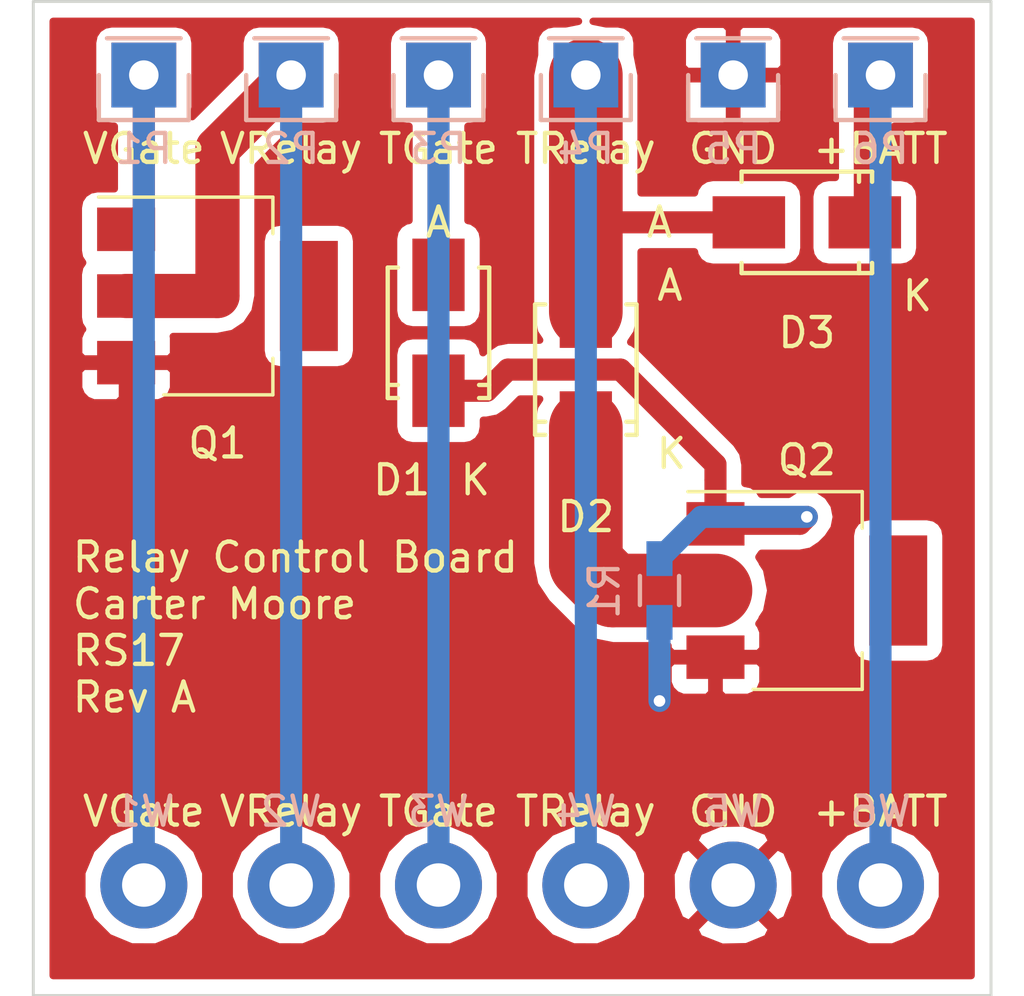
<source format=kicad_pcb>
(kicad_pcb (version 4) (host pcbnew 4.0.5+dfsg1-4~bpo8+1)

  (general
    (links 18)
    (no_connects 0)
    (area 110.439999 74.879999 143.560001 113.080001)
    (thickness 1.6)
    (drawings 17)
    (tracks 32)
    (zones 0)
    (modules 18)
    (nets 9)
  )

  (page A4)
  (layers
    (0 F.Cu signal)
    (31 B.Cu signal)
    (32 B.Adhes user)
    (33 F.Adhes user)
    (34 B.Paste user)
    (35 F.Paste user)
    (36 B.SilkS user)
    (37 F.SilkS user)
    (38 B.Mask user)
    (39 F.Mask user)
    (40 Dwgs.User user)
    (41 Cmts.User user)
    (42 Eco1.User user)
    (43 Eco2.User user)
    (44 Edge.Cuts user)
    (45 Margin user)
    (46 B.CrtYd user)
    (47 F.CrtYd user)
    (48 B.Fab user)
    (49 F.Fab user)
  )

  (setup
    (last_trace_width 0.25)
    (user_trace_width 0.762)
    (user_trace_width 1.524)
    (user_trace_width 2.54)
    (trace_clearance 0.2)
    (zone_clearance 0.508)
    (zone_45_only no)
    (trace_min 0.2)
    (segment_width 0.2)
    (edge_width 0.1)
    (via_size 0.6)
    (via_drill 0.4)
    (via_min_size 0.4)
    (via_min_drill 0.3)
    (uvia_size 0.3)
    (uvia_drill 0.1)
    (uvias_allowed no)
    (uvia_min_size 0)
    (uvia_min_drill 0)
    (pcb_text_width 0.3)
    (pcb_text_size 1.5 1.5)
    (mod_edge_width 0.15)
    (mod_text_size 1 1)
    (mod_text_width 0.15)
    (pad_size 1.5 1.5)
    (pad_drill 0.6)
    (pad_to_mask_clearance 0)
    (aux_axis_origin 0 0)
    (visible_elements FFFEEF7F)
    (pcbplotparams
      (layerselection 0x00030_80000001)
      (usegerberextensions false)
      (excludeedgelayer true)
      (linewidth 0.100000)
      (plotframeref false)
      (viasonmask false)
      (mode 1)
      (useauxorigin false)
      (hpglpennumber 1)
      (hpglpenspeed 20)
      (hpglpendiameter 15)
      (hpglpenoverlay 2)
      (psnegative false)
      (psa4output false)
      (plotreference true)
      (plotvalue true)
      (plotinvisibletext false)
      (padsonsilk false)
      (subtractmaskfromsilk false)
      (outputformat 1)
      (mirror false)
      (drillshape 1)
      (scaleselection 1)
      (outputdirectory ""))
  )

  (net 0 "")
  (net 1 /TRelay)
  (net 2 +BATT)
  (net 3 /TGate)
  (net 4 "Net-(D2-Pad1)")
  (net 5 /VGate)
  (net 6 /VRelay)
  (net 7 GND)
  (net 8 "Net-(D1-Pad1)")

  (net_class Default "This is the default net class."
    (clearance 0.2)
    (trace_width 0.25)
    (via_dia 0.6)
    (via_drill 0.4)
    (uvia_dia 0.3)
    (uvia_drill 0.1)
    (add_net +BATT)
    (add_net /TGate)
    (add_net /TRelay)
    (add_net /VGate)
    (add_net /VRelay)
    (add_net GND)
    (add_net "Net-(D1-Pad1)")
    (add_net "Net-(D2-Pad1)")
  )

  (module Pin_Headers:Pin_Header_Straight_1x01 (layer B.Cu) (tedit 594DC2E3) (tstamp 594ACED0)
    (at 114.3 81.28)
    (descr "Through hole pin header")
    (tags "pin header")
    (path /594AE5CB)
    (fp_text reference P1 (at 0 2.54) (layer B.SilkS)
      (effects (font (size 1 1) (thickness 0.15)) (justify mirror))
    )
    (fp_text value CONN_01X01 (at 0 3.1) (layer B.Fab)
      (effects (font (size 1 1) (thickness 0.15)) (justify mirror))
    )
    (fp_line (start 1.55 1.55) (end 1.55 0) (layer B.SilkS) (width 0.15))
    (fp_line (start -1.75 1.75) (end -1.75 -1.75) (layer B.CrtYd) (width 0.05))
    (fp_line (start 1.75 1.75) (end 1.75 -1.75) (layer B.CrtYd) (width 0.05))
    (fp_line (start -1.75 1.75) (end 1.75 1.75) (layer B.CrtYd) (width 0.05))
    (fp_line (start -1.75 -1.75) (end 1.75 -1.75) (layer B.CrtYd) (width 0.05))
    (fp_line (start -1.55 0) (end -1.55 1.55) (layer B.SilkS) (width 0.15))
    (fp_line (start -1.55 1.55) (end 1.55 1.55) (layer B.SilkS) (width 0.15))
    (fp_line (start -1.27 -1.27) (end 1.27 -1.27) (layer B.SilkS) (width 0.15))
    (pad 1 thru_hole rect (at 0 0) (size 2.2352 2.2352) (drill 1.016) (layers *.Cu *.Mask)
      (net 5 /VGate))
    (model Pin_Headers.3dshapes/Pin_Header_Straight_1x01.wrl
      (at (xyz 0 0 0))
      (scale (xyz 1 1 1))
      (rotate (xyz 0 0 90))
    )
  )

  (module Pin_Headers:Pin_Header_Straight_1x01 (layer B.Cu) (tedit 594DC3A9) (tstamp 594ACED5)
    (at 119.38 81.28)
    (descr "Through hole pin header")
    (tags "pin header")
    (path /594AE2D3)
    (fp_text reference P2 (at 0 2.54) (layer B.SilkS)
      (effects (font (size 1 1) (thickness 0.15)) (justify mirror))
    )
    (fp_text value CONN_01X01 (at 0 3.1) (layer B.Fab)
      (effects (font (size 1 1) (thickness 0.15)) (justify mirror))
    )
    (fp_line (start 1.55 1.55) (end 1.55 0) (layer B.SilkS) (width 0.15))
    (fp_line (start -1.75 1.75) (end -1.75 -1.75) (layer B.CrtYd) (width 0.05))
    (fp_line (start 1.75 1.75) (end 1.75 -1.75) (layer B.CrtYd) (width 0.05))
    (fp_line (start -1.75 1.75) (end 1.75 1.75) (layer B.CrtYd) (width 0.05))
    (fp_line (start -1.75 -1.75) (end 1.75 -1.75) (layer B.CrtYd) (width 0.05))
    (fp_line (start -1.55 0) (end -1.55 1.55) (layer B.SilkS) (width 0.15))
    (fp_line (start -1.55 1.55) (end 1.55 1.55) (layer B.SilkS) (width 0.15))
    (fp_line (start -1.27 -1.27) (end 1.27 -1.27) (layer B.SilkS) (width 0.15))
    (pad 1 thru_hole rect (at 0 0) (size 2.2352 2.2352) (drill 1.016) (layers *.Cu *.Mask)
      (net 6 /VRelay))
    (model Pin_Headers.3dshapes/Pin_Header_Straight_1x01.wrl
      (at (xyz 0 0 0))
      (scale (xyz 1 1 1))
      (rotate (xyz 0 0 90))
    )
  )

  (module Pin_Headers:Pin_Header_Straight_1x01 (layer B.Cu) (tedit 594DC3AC) (tstamp 594ACEDA)
    (at 124.46 81.28)
    (descr "Through hole pin header")
    (tags "pin header")
    (path /594AE32F)
    (fp_text reference P3 (at 0 2.54) (layer B.SilkS)
      (effects (font (size 1 1) (thickness 0.15)) (justify mirror))
    )
    (fp_text value CONN_01X01 (at 0 3.1) (layer B.Fab)
      (effects (font (size 1 1) (thickness 0.15)) (justify mirror))
    )
    (fp_line (start 1.55 1.55) (end 1.55 0) (layer B.SilkS) (width 0.15))
    (fp_line (start -1.75 1.75) (end -1.75 -1.75) (layer B.CrtYd) (width 0.05))
    (fp_line (start 1.75 1.75) (end 1.75 -1.75) (layer B.CrtYd) (width 0.05))
    (fp_line (start -1.75 1.75) (end 1.75 1.75) (layer B.CrtYd) (width 0.05))
    (fp_line (start -1.75 -1.75) (end 1.75 -1.75) (layer B.CrtYd) (width 0.05))
    (fp_line (start -1.55 0) (end -1.55 1.55) (layer B.SilkS) (width 0.15))
    (fp_line (start -1.55 1.55) (end 1.55 1.55) (layer B.SilkS) (width 0.15))
    (fp_line (start -1.27 -1.27) (end 1.27 -1.27) (layer B.SilkS) (width 0.15))
    (pad 1 thru_hole rect (at 0 0) (size 2.2352 2.2352) (drill 1.016) (layers *.Cu *.Mask)
      (net 3 /TGate))
    (model Pin_Headers.3dshapes/Pin_Header_Straight_1x01.wrl
      (at (xyz 0 0 0))
      (scale (xyz 1 1 1))
      (rotate (xyz 0 0 90))
    )
  )

  (module Pin_Headers:Pin_Header_Straight_1x01 (layer B.Cu) (tedit 594DC3AF) (tstamp 594ACEDF)
    (at 129.54 81.28)
    (descr "Through hole pin header")
    (tags "pin header")
    (path /594AE4CD)
    (fp_text reference P4 (at 0 2.54) (layer B.SilkS)
      (effects (font (size 1 1) (thickness 0.15)) (justify mirror))
    )
    (fp_text value CONN_01X01 (at 0 3.1) (layer B.Fab)
      (effects (font (size 1 1) (thickness 0.15)) (justify mirror))
    )
    (fp_line (start 1.55 1.55) (end 1.55 0) (layer B.SilkS) (width 0.15))
    (fp_line (start -1.75 1.75) (end -1.75 -1.75) (layer B.CrtYd) (width 0.05))
    (fp_line (start 1.75 1.75) (end 1.75 -1.75) (layer B.CrtYd) (width 0.05))
    (fp_line (start -1.75 1.75) (end 1.75 1.75) (layer B.CrtYd) (width 0.05))
    (fp_line (start -1.75 -1.75) (end 1.75 -1.75) (layer B.CrtYd) (width 0.05))
    (fp_line (start -1.55 0) (end -1.55 1.55) (layer B.SilkS) (width 0.15))
    (fp_line (start -1.55 1.55) (end 1.55 1.55) (layer B.SilkS) (width 0.15))
    (fp_line (start -1.27 -1.27) (end 1.27 -1.27) (layer B.SilkS) (width 0.15))
    (pad 1 thru_hole rect (at 0 0) (size 2.2352 2.2352) (drill 1.016) (layers *.Cu *.Mask)
      (net 1 /TRelay))
    (model Pin_Headers.3dshapes/Pin_Header_Straight_1x01.wrl
      (at (xyz 0 0 0))
      (scale (xyz 1 1 1))
      (rotate (xyz 0 0 90))
    )
  )

  (module Pin_Headers:Pin_Header_Straight_1x01 (layer B.Cu) (tedit 594DC415) (tstamp 594ACEE4)
    (at 134.62 81.28)
    (descr "Through hole pin header")
    (tags "pin header")
    (path /594AE4C7)
    (fp_text reference P5 (at 0 2.54) (layer B.SilkS)
      (effects (font (size 1 1) (thickness 0.15)) (justify mirror))
    )
    (fp_text value CONN_01X01 (at 0 3.1) (layer B.Fab)
      (effects (font (size 1 1) (thickness 0.15)) (justify mirror))
    )
    (fp_line (start 1.55 1.55) (end 1.55 0) (layer B.SilkS) (width 0.15))
    (fp_line (start -1.75 1.75) (end -1.75 -1.75) (layer B.CrtYd) (width 0.05))
    (fp_line (start 1.75 1.75) (end 1.75 -1.75) (layer B.CrtYd) (width 0.05))
    (fp_line (start -1.75 1.75) (end 1.75 1.75) (layer B.CrtYd) (width 0.05))
    (fp_line (start -1.75 -1.75) (end 1.75 -1.75) (layer B.CrtYd) (width 0.05))
    (fp_line (start -1.55 0) (end -1.55 1.55) (layer B.SilkS) (width 0.15))
    (fp_line (start -1.55 1.55) (end 1.55 1.55) (layer B.SilkS) (width 0.15))
    (fp_line (start -1.27 -1.27) (end 1.27 -1.27) (layer B.SilkS) (width 0.15))
    (pad 1 thru_hole rect (at 0 0) (size 2.2352 2.2352) (drill 1.016) (layers *.Cu *.Mask)
      (net 7 GND))
    (model Pin_Headers.3dshapes/Pin_Header_Straight_1x01.wrl
      (at (xyz 0 0 0))
      (scale (xyz 1 1 1))
      (rotate (xyz 0 0 90))
    )
  )

  (module Pin_Headers:Pin_Header_Straight_1x01 (layer B.Cu) (tedit 594DC3B6) (tstamp 594ACEE9)
    (at 139.7 81.28)
    (descr "Through hole pin header")
    (tags "pin header")
    (path /594AE5C5)
    (fp_text reference P6 (at 0 2.54) (layer B.SilkS)
      (effects (font (size 1 1) (thickness 0.15)) (justify mirror))
    )
    (fp_text value CONN_01X01 (at 0 3.1) (layer B.Fab)
      (effects (font (size 1 1) (thickness 0.15)) (justify mirror))
    )
    (fp_line (start 1.55 1.55) (end 1.55 0) (layer B.SilkS) (width 0.15))
    (fp_line (start -1.75 1.75) (end -1.75 -1.75) (layer B.CrtYd) (width 0.05))
    (fp_line (start 1.75 1.75) (end 1.75 -1.75) (layer B.CrtYd) (width 0.05))
    (fp_line (start -1.75 1.75) (end 1.75 1.75) (layer B.CrtYd) (width 0.05))
    (fp_line (start -1.75 -1.75) (end 1.75 -1.75) (layer B.CrtYd) (width 0.05))
    (fp_line (start -1.55 0) (end -1.55 1.55) (layer B.SilkS) (width 0.15))
    (fp_line (start -1.55 1.55) (end 1.55 1.55) (layer B.SilkS) (width 0.15))
    (fp_line (start -1.27 -1.27) (end 1.27 -1.27) (layer B.SilkS) (width 0.15))
    (pad 1 thru_hole rect (at 0 0) (size 2.2352 2.2352) (drill 1.016) (layers *.Cu *.Mask)
      (net 2 +BATT))
    (model Pin_Headers.3dshapes/Pin_Header_Straight_1x01.wrl
      (at (xyz 0 0 0))
      (scale (xyz 1 1 1))
      (rotate (xyz 0 0 90))
    )
  )

  (module Resistors_SMD:R_0603_HandSoldering (layer B.Cu) (tedit 58307AEF) (tstamp 594ACEFD)
    (at 132.08 99.06 270)
    (descr "Resistor SMD 0603, hand soldering")
    (tags "resistor 0603")
    (path /594AB85E)
    (attr smd)
    (fp_text reference R1 (at 0 1.9 270) (layer B.SilkS)
      (effects (font (size 1 1) (thickness 0.15)) (justify mirror))
    )
    (fp_text value 1.5K (at 0 -1.9 270) (layer B.Fab)
      (effects (font (size 1 1) (thickness 0.15)) (justify mirror))
    )
    (fp_line (start -0.8 -0.4) (end -0.8 0.4) (layer B.Fab) (width 0.1))
    (fp_line (start 0.8 -0.4) (end -0.8 -0.4) (layer B.Fab) (width 0.1))
    (fp_line (start 0.8 0.4) (end 0.8 -0.4) (layer B.Fab) (width 0.1))
    (fp_line (start -0.8 0.4) (end 0.8 0.4) (layer B.Fab) (width 0.1))
    (fp_line (start -2 0.8) (end 2 0.8) (layer B.CrtYd) (width 0.05))
    (fp_line (start -2 -0.8) (end 2 -0.8) (layer B.CrtYd) (width 0.05))
    (fp_line (start -2 0.8) (end -2 -0.8) (layer B.CrtYd) (width 0.05))
    (fp_line (start 2 0.8) (end 2 -0.8) (layer B.CrtYd) (width 0.05))
    (fp_line (start 0.5 -0.675) (end -0.5 -0.675) (layer B.SilkS) (width 0.15))
    (fp_line (start -0.5 0.675) (end 0.5 0.675) (layer B.SilkS) (width 0.15))
    (pad 1 smd rect (at -1.1 0 270) (size 1.2 0.9) (layers B.Cu B.Paste B.Mask)
      (net 8 "Net-(D1-Pad1)"))
    (pad 2 smd rect (at 1.1 0 270) (size 1.2 0.9) (layers B.Cu B.Paste B.Mask)
      (net 7 GND))
    (model Resistors_SMD.3dshapes/R_0603_HandSoldering.wrl
      (at (xyz 0 0 0))
      (scale (xyz 1 1 1))
      (rotate (xyz 0 0 0))
    )
  )

  (module Measurement_Points:Measurement_Point_Round-TH_Big (layer B.Cu) (tedit 594DC445) (tstamp 594ACF02)
    (at 114.3 109.22)
    (descr "Mesurement Point, Round, Trough Hole,  DM 3mm, Drill 1.5mm,")
    (tags "Mesurement Point Round Trough Hole 3mm 1.5mm")
    (path /594AD26C)
    (attr virtual)
    (fp_text reference W1 (at 0 -2.54) (layer B.SilkS)
      (effects (font (size 1 1) (thickness 0.15)) (justify mirror))
    )
    (fp_text value TEST_1P (at 0 -3) (layer B.Fab)
      (effects (font (size 1 1) (thickness 0.15)) (justify mirror))
    )
    (fp_circle (center 0 0) (end 1.75 0) (layer B.CrtYd) (width 0.05))
    (pad 1 thru_hole circle (at 0 0) (size 3 3) (drill 1.5) (layers *.Cu *.Mask)
      (net 5 /VGate))
  )

  (module Measurement_Points:Measurement_Point_Round-TH_Big (layer B.Cu) (tedit 594DC453) (tstamp 594ACF07)
    (at 119.38 109.22)
    (descr "Mesurement Point, Round, Trough Hole,  DM 3mm, Drill 1.5mm,")
    (tags "Mesurement Point Round Trough Hole 3mm 1.5mm")
    (path /594AD2B7)
    (attr virtual)
    (fp_text reference W2 (at 0 -2.54) (layer B.SilkS)
      (effects (font (size 1 1) (thickness 0.15)) (justify mirror))
    )
    (fp_text value TEST_1P (at 0 -3) (layer B.Fab)
      (effects (font (size 1 1) (thickness 0.15)) (justify mirror))
    )
    (fp_circle (center 0 0) (end 1.75 0) (layer B.CrtYd) (width 0.05))
    (pad 1 thru_hole circle (at 0 0) (size 3 3) (drill 1.5) (layers *.Cu *.Mask)
      (net 6 /VRelay))
  )

  (module Measurement_Points:Measurement_Point_Round-TH_Big (layer B.Cu) (tedit 594DC456) (tstamp 594ACF0C)
    (at 124.46 109.22)
    (descr "Mesurement Point, Round, Trough Hole,  DM 3mm, Drill 1.5mm,")
    (tags "Mesurement Point Round Trough Hole 3mm 1.5mm")
    (path /594ACAB5)
    (attr virtual)
    (fp_text reference W3 (at 0 -2.54) (layer B.SilkS)
      (effects (font (size 1 1) (thickness 0.15)) (justify mirror))
    )
    (fp_text value TEST_1P (at 0 -3) (layer B.Fab)
      (effects (font (size 1 1) (thickness 0.15)) (justify mirror))
    )
    (fp_circle (center 0 0) (end 1.75 0) (layer B.CrtYd) (width 0.05))
    (pad 1 thru_hole circle (at 0 0) (size 3 3) (drill 1.5) (layers *.Cu *.Mask)
      (net 3 /TGate))
  )

  (module Measurement_Points:Measurement_Point_Round-TH_Big (layer B.Cu) (tedit 594DC458) (tstamp 594ACF11)
    (at 129.54 109.22)
    (descr "Mesurement Point, Round, Trough Hole,  DM 3mm, Drill 1.5mm,")
    (tags "Mesurement Point Round Trough Hole 3mm 1.5mm")
    (path /594ACD14)
    (attr virtual)
    (fp_text reference W4 (at 0 -2.54) (layer B.SilkS)
      (effects (font (size 1 1) (thickness 0.15)) (justify mirror))
    )
    (fp_text value TEST_1P (at 0 -3) (layer B.Fab)
      (effects (font (size 1 1) (thickness 0.15)) (justify mirror))
    )
    (fp_circle (center 0 0) (end 1.75 0) (layer B.CrtYd) (width 0.05))
    (pad 1 thru_hole circle (at 0 0) (size 3 3) (drill 1.5) (layers *.Cu *.Mask)
      (net 1 /TRelay))
  )

  (module Measurement_Points:Measurement_Point_Round-TH_Big (layer B.Cu) (tedit 594DC45B) (tstamp 594ACF16)
    (at 134.62 109.22)
    (descr "Mesurement Point, Round, Trough Hole,  DM 3mm, Drill 1.5mm,")
    (tags "Mesurement Point Round Trough Hole 3mm 1.5mm")
    (path /594AD311)
    (attr virtual)
    (fp_text reference W5 (at 0 -2.54) (layer B.SilkS)
      (effects (font (size 1 1) (thickness 0.15)) (justify mirror))
    )
    (fp_text value TEST_1P (at 0 -3) (layer B.Fab)
      (effects (font (size 1 1) (thickness 0.15)) (justify mirror))
    )
    (fp_circle (center 0 0) (end 1.75 0) (layer B.CrtYd) (width 0.05))
    (pad 1 thru_hole circle (at 0 0) (size 3 3) (drill 1.5) (layers *.Cu *.Mask)
      (net 7 GND))
  )

  (module Measurement_Points:Measurement_Point_Round-TH_Big (layer B.Cu) (tedit 594DC45D) (tstamp 594ACF1B)
    (at 139.7 109.22)
    (descr "Mesurement Point, Round, Trough Hole,  DM 3mm, Drill 1.5mm,")
    (tags "Mesurement Point Round Trough Hole 3mm 1.5mm")
    (path /594ADC0D)
    (attr virtual)
    (fp_text reference W6 (at 0 -2.54) (layer B.SilkS)
      (effects (font (size 1 1) (thickness 0.15)) (justify mirror))
    )
    (fp_text value TEST_1P (at 0 -3) (layer B.Fab)
      (effects (font (size 1 1) (thickness 0.15)) (justify mirror))
    )
    (fp_circle (center 0 0) (end 1.75 0) (layer B.CrtYd) (width 0.05))
    (pad 1 thru_hole circle (at 0 0) (size 3 3) (drill 1.5) (layers *.Cu *.Mask)
      (net 2 +BATT))
  )

  (module TO_SOT_Packages_SMD:SOT-223 (layer F.Cu) (tedit 594DC625) (tstamp 594DA796)
    (at 116.84 88.9)
    (descr "module CMS SOT223 4 pins")
    (tags "CMS SOT")
    (path /594DA844)
    (attr smd)
    (fp_text reference Q1 (at 0 5.08) (layer F.SilkS)
      (effects (font (size 1 1) (thickness 0.15)))
    )
    (fp_text value Q_NMOS_GDS (at 0 4.5) (layer F.Fab)
      (effects (font (size 1 1) (thickness 0.15)))
    )
    (fp_line (start 1.91 3.41) (end 1.91 2.15) (layer F.SilkS) (width 0.12))
    (fp_line (start 1.91 -3.41) (end 1.91 -2.15) (layer F.SilkS) (width 0.12))
    (fp_line (start 4.4 -3.6) (end -4.4 -3.6) (layer F.CrtYd) (width 0.05))
    (fp_line (start 4.4 3.6) (end 4.4 -3.6) (layer F.CrtYd) (width 0.05))
    (fp_line (start -4.4 3.6) (end 4.4 3.6) (layer F.CrtYd) (width 0.05))
    (fp_line (start -4.4 -3.6) (end -4.4 3.6) (layer F.CrtYd) (width 0.05))
    (fp_line (start -1.85 -3.35) (end -1.85 3.35) (layer F.Fab) (width 0.15))
    (fp_line (start -1.85 3.41) (end 1.91 3.41) (layer F.SilkS) (width 0.12))
    (fp_line (start -1.85 -3.35) (end 1.85 -3.35) (layer F.Fab) (width 0.15))
    (fp_line (start -4.1 -3.41) (end 1.91 -3.41) (layer F.SilkS) (width 0.12))
    (fp_line (start -1.85 3.35) (end 1.85 3.35) (layer F.Fab) (width 0.15))
    (fp_line (start 1.85 -3.35) (end 1.85 3.35) (layer F.Fab) (width 0.15))
    (pad 4 smd rect (at 3.15 0) (size 2 3.8) (layers F.Cu F.Paste F.Mask))
    (pad 2 smd rect (at -3.15 0) (size 2 1.5) (layers F.Cu F.Paste F.Mask)
      (net 6 /VRelay))
    (pad 3 smd rect (at -3.15 2.3) (size 2 1.5) (layers F.Cu F.Paste F.Mask)
      (net 7 GND))
    (pad 1 smd rect (at -3.15 -2.3) (size 2 1.5) (layers F.Cu F.Paste F.Mask)
      (net 5 /VGate))
    (model TO_SOT_Packages_SMD.3dshapes/SOT-223.wrl
      (at (xyz 0 0 0))
      (scale (xyz 0.4 0.4 0.4))
      (rotate (xyz 0 0 90))
    )
  )

  (module TO_SOT_Packages_SMD:SOT-223 (layer F.Cu) (tedit 583F3B4E) (tstamp 594DA79E)
    (at 137.16 99.06)
    (descr "module CMS SOT223 4 pins")
    (tags "CMS SOT")
    (path /594DA6E1)
    (attr smd)
    (fp_text reference Q2 (at 0 -4.5) (layer F.SilkS)
      (effects (font (size 1 1) (thickness 0.15)))
    )
    (fp_text value Q_NMOS_GDS (at 0 4.5) (layer F.Fab)
      (effects (font (size 1 1) (thickness 0.15)))
    )
    (fp_line (start 1.91 3.41) (end 1.91 2.15) (layer F.SilkS) (width 0.12))
    (fp_line (start 1.91 -3.41) (end 1.91 -2.15) (layer F.SilkS) (width 0.12))
    (fp_line (start 4.4 -3.6) (end -4.4 -3.6) (layer F.CrtYd) (width 0.05))
    (fp_line (start 4.4 3.6) (end 4.4 -3.6) (layer F.CrtYd) (width 0.05))
    (fp_line (start -4.4 3.6) (end 4.4 3.6) (layer F.CrtYd) (width 0.05))
    (fp_line (start -4.4 -3.6) (end -4.4 3.6) (layer F.CrtYd) (width 0.05))
    (fp_line (start -1.85 -3.35) (end -1.85 3.35) (layer F.Fab) (width 0.15))
    (fp_line (start -1.85 3.41) (end 1.91 3.41) (layer F.SilkS) (width 0.12))
    (fp_line (start -1.85 -3.35) (end 1.85 -3.35) (layer F.Fab) (width 0.15))
    (fp_line (start -4.1 -3.41) (end 1.91 -3.41) (layer F.SilkS) (width 0.12))
    (fp_line (start -1.85 3.35) (end 1.85 3.35) (layer F.Fab) (width 0.15))
    (fp_line (start 1.85 -3.35) (end 1.85 3.35) (layer F.Fab) (width 0.15))
    (pad 4 smd rect (at 3.15 0) (size 2 3.8) (layers F.Cu F.Paste F.Mask))
    (pad 2 smd rect (at -3.15 0) (size 2 1.5) (layers F.Cu F.Paste F.Mask)
      (net 4 "Net-(D2-Pad1)"))
    (pad 3 smd rect (at -3.15 2.3) (size 2 1.5) (layers F.Cu F.Paste F.Mask)
      (net 7 GND))
    (pad 1 smd rect (at -3.15 -2.3) (size 2 1.5) (layers F.Cu F.Paste F.Mask)
      (net 8 "Net-(D1-Pad1)"))
    (model TO_SOT_Packages_SMD.3dshapes/SOT-223.wrl
      (at (xyz 0 0 0))
      (scale (xyz 0.4 0.4 0.4))
      (rotate (xyz 0 0 90))
    )
  )

  (module Diodes_SMD:SMA_Standard (layer F.Cu) (tedit 594DC6A7) (tstamp 594DB172)
    (at 124.46 90.17 90)
    (descr "Diode SMA")
    (tags "Diode SMA")
    (path /594B0165)
    (attr smd)
    (fp_text reference D1 (at -5.08 -1.27 180) (layer F.SilkS)
      (effects (font (size 1 1) (thickness 0.15)))
    )
    (fp_text value D (at 0 4.3 90) (layer F.Fab)
      (effects (font (size 1 1) (thickness 0.15)))
    )
    (fp_line (start -3.5 -2) (end 3.5 -2) (layer F.CrtYd) (width 0.05))
    (fp_line (start 3.5 -2) (end 3.5 2) (layer F.CrtYd) (width 0.05))
    (fp_line (start 3.5 2) (end -3.5 2) (layer F.CrtYd) (width 0.05))
    (fp_line (start -3.5 2) (end -3.5 -2) (layer F.CrtYd) (width 0.05))
    (fp_text user K (at -5.08 1.27 180) (layer F.SilkS)
      (effects (font (size 1 1) (thickness 0.15)))
    )
    (fp_text user A (at 3.81 0 180) (layer F.SilkS)
      (effects (font (size 1 1) (thickness 0.15)))
    )
    (fp_circle (center 0 0) (end 0.20066 -0.0508) (layer F.Adhes) (width 0.381))
    (fp_line (start -1.79914 1.75006) (end -1.79914 1.39954) (layer F.SilkS) (width 0.15))
    (fp_line (start -1.79914 -1.75006) (end -1.79914 -1.39954) (layer F.SilkS) (width 0.15))
    (fp_line (start 2.25044 1.75006) (end 2.25044 1.39954) (layer F.SilkS) (width 0.15))
    (fp_line (start -2.25044 1.75006) (end -2.25044 1.39954) (layer F.SilkS) (width 0.15))
    (fp_line (start -2.25044 -1.75006) (end -2.25044 -1.39954) (layer F.SilkS) (width 0.15))
    (fp_line (start 2.25044 -1.75006) (end 2.25044 -1.39954) (layer F.SilkS) (width 0.15))
    (fp_line (start -2.25044 1.75006) (end 2.25044 1.75006) (layer F.SilkS) (width 0.15))
    (fp_line (start -2.25044 -1.75006) (end 2.25044 -1.75006) (layer F.SilkS) (width 0.15))
    (pad 1 smd rect (at -1.99898 0 90) (size 2.49936 1.80086) (layers F.Cu F.Paste F.Mask)
      (net 8 "Net-(D1-Pad1)"))
    (pad 2 smd rect (at 1.99898 0 90) (size 2.49936 1.80086) (layers F.Cu F.Paste F.Mask)
      (net 3 /TGate))
    (model Diodes_SMD.3dshapes/SMA_Standard.wrl
      (at (xyz 0 0 0))
      (scale (xyz 0.3937 0.3937 0.3937))
      (rotate (xyz 0 0 180))
    )
  )

  (module Diodes_SMD:SMA_Standard (layer F.Cu) (tedit 594DC6AB) (tstamp 594DB178)
    (at 129.54 91.44 90)
    (descr "Diode SMA")
    (tags "Diode SMA")
    (path /594B03FC)
    (attr smd)
    (fp_text reference D2 (at -5.08 0 180) (layer F.SilkS)
      (effects (font (size 1 1) (thickness 0.15)))
    )
    (fp_text value D (at 0 4.3 90) (layer F.Fab)
      (effects (font (size 1 1) (thickness 0.15)))
    )
    (fp_line (start -3.5 -2) (end 3.5 -2) (layer F.CrtYd) (width 0.05))
    (fp_line (start 3.5 -2) (end 3.5 2) (layer F.CrtYd) (width 0.05))
    (fp_line (start 3.5 2) (end -3.5 2) (layer F.CrtYd) (width 0.05))
    (fp_line (start -3.5 2) (end -3.5 -2) (layer F.CrtYd) (width 0.05))
    (fp_text user K (at -2.9 2.95 180) (layer F.SilkS)
      (effects (font (size 1 1) (thickness 0.15)))
    )
    (fp_text user A (at 2.9 2.9 180) (layer F.SilkS)
      (effects (font (size 1 1) (thickness 0.15)))
    )
    (fp_circle (center 0 0) (end 0.20066 -0.0508) (layer F.Adhes) (width 0.381))
    (fp_line (start -1.79914 1.75006) (end -1.79914 1.39954) (layer F.SilkS) (width 0.15))
    (fp_line (start -1.79914 -1.75006) (end -1.79914 -1.39954) (layer F.SilkS) (width 0.15))
    (fp_line (start 2.25044 1.75006) (end 2.25044 1.39954) (layer F.SilkS) (width 0.15))
    (fp_line (start -2.25044 1.75006) (end -2.25044 1.39954) (layer F.SilkS) (width 0.15))
    (fp_line (start -2.25044 -1.75006) (end -2.25044 -1.39954) (layer F.SilkS) (width 0.15))
    (fp_line (start 2.25044 -1.75006) (end 2.25044 -1.39954) (layer F.SilkS) (width 0.15))
    (fp_line (start -2.25044 1.75006) (end 2.25044 1.75006) (layer F.SilkS) (width 0.15))
    (fp_line (start -2.25044 -1.75006) (end 2.25044 -1.75006) (layer F.SilkS) (width 0.15))
    (pad 1 smd rect (at -1.99898 0 90) (size 2.49936 1.80086) (layers F.Cu F.Paste F.Mask)
      (net 4 "Net-(D2-Pad1)"))
    (pad 2 smd rect (at 1.99898 0 90) (size 2.49936 1.80086) (layers F.Cu F.Paste F.Mask)
      (net 1 /TRelay))
    (model Diodes_SMD.3dshapes/SMA_Standard.wrl
      (at (xyz 0 0 0))
      (scale (xyz 0.3937 0.3937 0.3937))
      (rotate (xyz 0 0 180))
    )
  )

  (module Diodes_SMD:SMA_Standard (layer F.Cu) (tedit 594DC8D9) (tstamp 594DB17E)
    (at 137.16 86.36 180)
    (descr "Diode SMA")
    (tags "Diode SMA")
    (path /594ABB46)
    (attr smd)
    (fp_text reference D3 (at 0 -3.81 180) (layer F.SilkS)
      (effects (font (size 1 1) (thickness 0.15)))
    )
    (fp_text value D (at 0 4.3 180) (layer F.Fab)
      (effects (font (size 1 1) (thickness 0.15)))
    )
    (fp_line (start -3.5 -2) (end 3.5 -2) (layer F.CrtYd) (width 0.05))
    (fp_line (start 3.5 -2) (end 3.5 2) (layer F.CrtYd) (width 0.05))
    (fp_line (start 3.5 2) (end -3.5 2) (layer F.CrtYd) (width 0.05))
    (fp_line (start -3.5 2) (end -3.5 -2) (layer F.CrtYd) (width 0.05))
    (fp_text user K (at -3.81 -2.54 180) (layer F.SilkS)
      (effects (font (size 1 1) (thickness 0.15)))
    )
    (fp_text user A (at 5.08 0 180) (layer F.SilkS)
      (effects (font (size 1 1) (thickness 0.15)))
    )
    (fp_circle (center 0 0) (end 0.20066 -0.0508) (layer F.Adhes) (width 0.381))
    (fp_line (start -1.79914 1.75006) (end -1.79914 1.39954) (layer F.SilkS) (width 0.15))
    (fp_line (start -1.79914 -1.75006) (end -1.79914 -1.39954) (layer F.SilkS) (width 0.15))
    (fp_line (start 2.25044 1.75006) (end 2.25044 1.39954) (layer F.SilkS) (width 0.15))
    (fp_line (start -2.25044 1.75006) (end -2.25044 1.39954) (layer F.SilkS) (width 0.15))
    (fp_line (start -2.25044 -1.75006) (end -2.25044 -1.39954) (layer F.SilkS) (width 0.15))
    (fp_line (start 2.25044 -1.75006) (end 2.25044 -1.39954) (layer F.SilkS) (width 0.15))
    (fp_line (start -2.25044 1.75006) (end 2.25044 1.75006) (layer F.SilkS) (width 0.15))
    (fp_line (start -2.25044 -1.75006) (end 2.25044 -1.75006) (layer F.SilkS) (width 0.15))
    (pad 1 smd rect (at -1.99898 0 180) (size 2.49936 1.80086) (layers F.Cu F.Paste F.Mask)
      (net 2 +BATT))
    (pad 2 smd rect (at 1.99898 0 180) (size 2.49936 1.80086) (layers F.Cu F.Paste F.Mask)
      (net 1 /TRelay))
    (model Diodes_SMD.3dshapes/SMA_Standard.wrl
      (at (xyz 0 0 0))
      (scale (xyz 0.3937 0.3937 0.3937))
      (rotate (xyz 0 0 180))
    )
  )

  (gr_text "Relay Control Board\nCarter Moore\nRS17\nRev A" (at 111.76 100.33) (layer F.SilkS)
    (effects (font (size 1 1) (thickness 0.15)) (justify left))
  )
  (gr_line (start 110.49 78.74) (end 110.49 113.03) (angle 90) (layer Edge.Cuts) (width 0.1))
  (gr_line (start 143.51 78.74) (end 110.49 78.74) (angle 90) (layer Edge.Cuts) (width 0.1))
  (gr_line (start 143.51 113.03) (end 143.51 78.74) (angle 90) (layer Edge.Cuts) (width 0.1))
  (gr_text +BATT (at 139.7 106.68) (layer F.SilkS)
    (effects (font (size 1 1) (thickness 0.15)))
  )
  (gr_text GND (at 134.62 106.68) (layer F.SilkS)
    (effects (font (size 1 1) (thickness 0.15)))
  )
  (gr_text TRelay (at 129.54 106.68) (layer F.SilkS)
    (effects (font (size 1 1) (thickness 0.15)))
  )
  (gr_text TGate (at 124.46 106.68) (layer F.SilkS)
    (effects (font (size 1 1) (thickness 0.15)))
  )
  (gr_text VRelay (at 119.38 106.68) (layer F.SilkS)
    (effects (font (size 1 1) (thickness 0.15)))
  )
  (gr_text VGate (at 114.3 106.68) (layer F.SilkS)
    (effects (font (size 1 1) (thickness 0.15)))
  )
  (gr_text +BATT (at 139.7 83.82) (layer F.SilkS)
    (effects (font (size 1 1) (thickness 0.15)))
  )
  (gr_text GND (at 134.62 83.82) (layer F.SilkS)
    (effects (font (size 1 1) (thickness 0.15)))
  )
  (gr_text TRelay (at 129.54 83.82) (layer F.SilkS)
    (effects (font (size 1 1) (thickness 0.15)))
  )
  (gr_text TGate (at 124.46 83.82) (layer F.SilkS)
    (effects (font (size 1 1) (thickness 0.15)))
  )
  (gr_text VRelay (at 119.38 83.82) (layer F.SilkS)
    (effects (font (size 1 1) (thickness 0.15)))
  )
  (gr_text VGate (at 114.3 83.82) (layer F.SilkS)
    (effects (font (size 1 1) (thickness 0.15)))
  )
  (gr_line (start 143.51 113.03) (end 110.49 113.03) (angle 90) (layer Edge.Cuts) (width 0.1))

  (segment (start 129.54 86.36) (end 135.16102 86.36) (width 0.762) (layer F.Cu) (net 1))
  (segment (start 129.54 89.44102) (end 129.54 86.36) (width 2.54) (layer F.Cu) (net 1))
  (segment (start 129.54 86.36) (end 129.54 81.28) (width 2.54) (layer F.Cu) (net 1))
  (segment (start 129.54 81.28) (end 129.54 109.22) (width 0.762) (layer B.Cu) (net 1) (status 30))
  (segment (start 139.15898 86.36) (end 139.15898 81.82102) (width 0.762) (layer F.Cu) (net 2))
  (segment (start 139.15898 81.82102) (end 139.7 81.28) (width 0.762) (layer F.Cu) (net 2))
  (segment (start 139.7 81.28) (end 139.7 109.22) (width 0.762) (layer B.Cu) (net 2))
  (segment (start 124.46 81.28) (end 124.46 88.17102) (width 0.762) (layer F.Cu) (net 3))
  (segment (start 124.46 81.28) (end 124.46 109.22) (width 0.762) (layer B.Cu) (net 3) (status 30))
  (segment (start 129.54 93.43898) (end 129.54 98.13) (width 2.54) (layer F.Cu) (net 4))
  (segment (start 129.54 98.13) (end 130.47 99.06) (width 2.54) (layer F.Cu) (net 4))
  (segment (start 130.47 99.06) (end 134.01 99.06) (width 2.54) (layer F.Cu) (net 4))
  (segment (start 114.3 81.28) (end 114.3 109.22) (width 0.762) (layer B.Cu) (net 5) (status 30))
  (segment (start 114.3 81.28) (end 114.3 85.99) (width 0.762) (layer F.Cu) (net 5) (status 30))
  (segment (start 114.3 85.99) (end 113.69 86.6) (width 0.762) (layer F.Cu) (net 5) (tstamp 594DBBBA) (status 30))
  (segment (start 113.69 88.9) (end 116.84 88.9) (width 1.524) (layer F.Cu) (net 6))
  (segment (start 116.84 83.82) (end 119.38 81.28) (width 1.524) (layer F.Cu) (net 6) (tstamp 594DBF7B))
  (segment (start 116.84 88.9) (end 116.84 83.82) (width 1.524) (layer F.Cu) (net 6) (tstamp 594DBF7A))
  (segment (start 119.38 81.28) (end 119.38 109.22) (width 0.762) (layer B.Cu) (net 6) (status 30))
  (segment (start 132.08 100.16) (end 132.08 102.87) (width 0.762) (layer B.Cu) (net 7))
  (via (at 132.08 102.87) (size 0.6) (drill 0.4) (layers F.Cu B.Cu) (net 7))
  (segment (start 137.16 96.52) (end 133.52 96.52) (width 0.762) (layer B.Cu) (net 8))
  (segment (start 133.52 96.52) (end 132.08 97.96) (width 0.762) (layer B.Cu) (net 8))
  (segment (start 134.01 96.76) (end 136.92 96.76) (width 0.762) (layer F.Cu) (net 8))
  (segment (start 136.92 96.76) (end 137.16 96.52) (width 0.762) (layer F.Cu) (net 8))
  (via (at 137.16 96.52) (size 0.6) (drill 0.4) (layers F.Cu B.Cu) (net 8))
  (segment (start 126.85141 91.44) (end 130.736932 91.44) (width 0.762) (layer F.Cu) (net 8))
  (segment (start 130.736932 91.44) (end 134.01 94.713068) (width 0.762) (layer F.Cu) (net 8))
  (segment (start 134.01 94.713068) (end 134.01 95.248) (width 0.762) (layer F.Cu) (net 8))
  (segment (start 134.01 95.248) (end 134.01 96.76) (width 0.762) (layer F.Cu) (net 8))
  (segment (start 124.46 92.16898) (end 126.12243 92.16898) (width 0.762) (layer F.Cu) (net 8))
  (segment (start 126.12243 92.16898) (end 126.85141 91.44) (width 0.762) (layer F.Cu) (net 8))

  (zone (net 7) (net_name GND) (layer F.Cu) (tstamp 594DC98A) (hatch edge 0.508)
    (connect_pads (clearance 0.508))
    (min_thickness 0.254)
    (fill yes (arc_segments 16) (thermal_gap 0.508) (thermal_bridge_width 0.508))
    (polygon
      (pts
        (xy 143.51 78.74) (xy 110.49 78.74) (xy 110.49 113.03) (xy 143.51 113.03)
      )
    )
    (filled_polygon
      (pts
        (xy 128.836371 79.51496) (xy 128.4224 79.51496) (xy 128.187083 79.559238) (xy 127.970959 79.69831) (xy 127.825969 79.91051)
        (xy 127.77496 80.1624) (xy 127.77496 80.576371) (xy 127.635 81.28) (xy 127.635 89.44102) (xy 127.780009 90.170032)
        (xy 127.949705 90.424) (xy 126.85141 90.424) (xy 126.462604 90.501338) (xy 126.462602 90.501339) (xy 126.462603 90.501339)
        (xy 126.132989 90.72158) (xy 125.996373 90.858197) (xy 125.963592 90.683983) (xy 125.82452 90.467859) (xy 125.61232 90.322869)
        (xy 125.36043 90.27186) (xy 123.55957 90.27186) (xy 123.324253 90.316138) (xy 123.108129 90.45521) (xy 122.963139 90.66741)
        (xy 122.91213 90.9193) (xy 122.91213 93.41866) (xy 122.956408 93.653977) (xy 123.09548 93.870101) (xy 123.30768 94.015091)
        (xy 123.55957 94.0661) (xy 125.36043 94.0661) (xy 125.595747 94.021822) (xy 125.811871 93.88275) (xy 125.956861 93.67055)
        (xy 126.00787 93.41866) (xy 126.00787 93.18498) (xy 126.12243 93.18498) (xy 126.44673 93.120473) (xy 126.511237 93.107642)
        (xy 126.84085 92.8874) (xy 127.272251 92.456) (xy 127.949705 92.456) (xy 127.780009 92.709968) (xy 127.635 93.43898)
        (xy 127.635 98.13) (xy 127.780009 98.859012) (xy 128.192962 99.477038) (xy 129.122962 100.407039) (xy 129.740988 100.819991)
        (xy 130.47 100.965) (xy 132.375 100.965) (xy 132.375 101.07425) (xy 132.53375 101.233) (xy 133.883 101.233)
        (xy 133.883 101.213) (xy 134.137 101.213) (xy 134.137 101.233) (xy 135.48625 101.233) (xy 135.645 101.07425)
        (xy 135.645 100.48369) (xy 135.548327 100.250301) (xy 135.506366 100.20834) (xy 135.606431 100.06189) (xy 135.614594 100.021579)
        (xy 135.769991 99.789012) (xy 135.915 99.06) (xy 135.769991 98.330988) (xy 135.618818 98.104742) (xy 135.613162 98.074683)
        (xy 135.506241 97.908523) (xy 135.59679 97.776) (xy 136.92 97.776) (xy 137.2443 97.711493) (xy 137.308807 97.698662)
        (xy 137.63842 97.47842) (xy 137.87842 97.238421) (xy 137.930819 97.16) (xy 138.66256 97.16) (xy 138.66256 100.96)
        (xy 138.706838 101.195317) (xy 138.84591 101.411441) (xy 139.05811 101.556431) (xy 139.31 101.60744) (xy 141.31 101.60744)
        (xy 141.545317 101.563162) (xy 141.761441 101.42409) (xy 141.906431 101.21189) (xy 141.95744 100.96) (xy 141.95744 97.16)
        (xy 141.913162 96.924683) (xy 141.77409 96.708559) (xy 141.56189 96.563569) (xy 141.31 96.51256) (xy 139.31 96.51256)
        (xy 139.074683 96.556838) (xy 138.858559 96.69591) (xy 138.713569 96.90811) (xy 138.66256 97.16) (xy 137.930819 97.16)
        (xy 138.098661 96.908807) (xy 138.175999 96.52) (xy 138.098661 96.131193) (xy 137.87842 95.80158) (xy 137.548807 95.581339)
        (xy 137.16 95.504001) (xy 136.771193 95.581339) (xy 136.527754 95.744) (xy 135.593418 95.744) (xy 135.47409 95.558559)
        (xy 135.26189 95.413569) (xy 135.026 95.3658) (xy 135.026 94.713068) (xy 134.948662 94.324262) (xy 134.948662 94.324261)
        (xy 134.72842 93.994647) (xy 131.455352 90.72158) (xy 131.125739 90.501338) (xy 131.08787 90.493806) (xy 131.08787 90.487493)
        (xy 131.299991 90.170032) (xy 131.445 89.44102) (xy 131.445 87.376) (xy 133.285646 87.376) (xy 133.308178 87.495747)
        (xy 133.44725 87.711871) (xy 133.65945 87.856861) (xy 133.91134 87.90787) (xy 136.4107 87.90787) (xy 136.646017 87.863592)
        (xy 136.862141 87.72452) (xy 137.007131 87.51232) (xy 137.05814 87.26043) (xy 137.05814 85.45957) (xy 137.26186 85.45957)
        (xy 137.26186 87.26043) (xy 137.306138 87.495747) (xy 137.44521 87.711871) (xy 137.65741 87.856861) (xy 137.9093 87.90787)
        (xy 140.40866 87.90787) (xy 140.643977 87.863592) (xy 140.860101 87.72452) (xy 141.005091 87.51232) (xy 141.0561 87.26043)
        (xy 141.0561 85.45957) (xy 141.011822 85.224253) (xy 140.87275 85.008129) (xy 140.66055 84.863139) (xy 140.40866 84.81213)
        (xy 140.17498 84.81213) (xy 140.17498 83.04504) (xy 140.8176 83.04504) (xy 141.052917 83.000762) (xy 141.269041 82.86169)
        (xy 141.414031 82.64949) (xy 141.46504 82.3976) (xy 141.46504 80.1624) (xy 141.420762 79.927083) (xy 141.28169 79.710959)
        (xy 141.06949 79.565969) (xy 140.8176 79.51496) (xy 138.5824 79.51496) (xy 138.347083 79.559238) (xy 138.130959 79.69831)
        (xy 137.985969 79.91051) (xy 137.93496 80.1624) (xy 137.93496 82.3976) (xy 137.979238 82.632917) (xy 138.11831 82.849041)
        (xy 138.14298 82.865897) (xy 138.14298 84.81213) (xy 137.9093 84.81213) (xy 137.673983 84.856408) (xy 137.457859 84.99548)
        (xy 137.312869 85.20768) (xy 137.26186 85.45957) (xy 137.05814 85.45957) (xy 137.013862 85.224253) (xy 136.87479 85.008129)
        (xy 136.66259 84.863139) (xy 136.4107 84.81213) (xy 133.91134 84.81213) (xy 133.676023 84.856408) (xy 133.459899 84.99548)
        (xy 133.314909 85.20768) (xy 133.287304 85.344) (xy 131.445 85.344) (xy 131.445 81.56575) (xy 132.8674 81.56575)
        (xy 132.8674 82.52391) (xy 132.964073 82.757299) (xy 133.142702 82.935927) (xy 133.376091 83.0326) (xy 134.33425 83.0326)
        (xy 134.493 82.87385) (xy 134.493 81.407) (xy 134.747 81.407) (xy 134.747 82.87385) (xy 134.90575 83.0326)
        (xy 135.863909 83.0326) (xy 136.097298 82.935927) (xy 136.275927 82.757299) (xy 136.3726 82.52391) (xy 136.3726 81.56575)
        (xy 136.21385 81.407) (xy 134.747 81.407) (xy 134.493 81.407) (xy 133.02615 81.407) (xy 132.8674 81.56575)
        (xy 131.445 81.56575) (xy 131.445 81.28) (xy 131.30504 80.576371) (xy 131.30504 80.1624) (xy 131.281274 80.03609)
        (xy 132.8674 80.03609) (xy 132.8674 80.99425) (xy 133.02615 81.153) (xy 134.493 81.153) (xy 134.493 79.68615)
        (xy 134.747 79.68615) (xy 134.747 81.153) (xy 136.21385 81.153) (xy 136.3726 80.99425) (xy 136.3726 80.03609)
        (xy 136.275927 79.802701) (xy 136.097298 79.624073) (xy 135.863909 79.5274) (xy 134.90575 79.5274) (xy 134.747 79.68615)
        (xy 134.493 79.68615) (xy 134.33425 79.5274) (xy 133.376091 79.5274) (xy 133.142702 79.624073) (xy 132.964073 79.802701)
        (xy 132.8674 80.03609) (xy 131.281274 80.03609) (xy 131.260762 79.927083) (xy 131.12169 79.710959) (xy 130.90949 79.565969)
        (xy 130.6576 79.51496) (xy 130.243629 79.51496) (xy 129.791368 79.425) (xy 142.825 79.425) (xy 142.825 112.345)
        (xy 111.175 112.345) (xy 111.175 109.642815) (xy 112.16463 109.642815) (xy 112.48898 110.4278) (xy 113.089041 111.028909)
        (xy 113.873459 111.354628) (xy 114.722815 111.35537) (xy 115.5078 111.03102) (xy 116.108909 110.430959) (xy 116.434628 109.646541)
        (xy 116.434631 109.642815) (xy 117.24463 109.642815) (xy 117.56898 110.4278) (xy 118.169041 111.028909) (xy 118.953459 111.354628)
        (xy 119.802815 111.35537) (xy 120.5878 111.03102) (xy 121.188909 110.430959) (xy 121.514628 109.646541) (xy 121.514631 109.642815)
        (xy 122.32463 109.642815) (xy 122.64898 110.4278) (xy 123.249041 111.028909) (xy 124.033459 111.354628) (xy 124.882815 111.35537)
        (xy 125.6678 111.03102) (xy 126.268909 110.430959) (xy 126.594628 109.646541) (xy 126.594631 109.642815) (xy 127.40463 109.642815)
        (xy 127.72898 110.4278) (xy 128.329041 111.028909) (xy 129.113459 111.354628) (xy 129.962815 111.35537) (xy 130.7478 111.03102)
        (xy 131.045368 110.73397) (xy 133.285635 110.73397) (xy 133.445418 111.052739) (xy 134.236187 111.362723) (xy 135.085387 111.346497)
        (xy 135.794582 111.052739) (xy 135.954365 110.73397) (xy 134.62 109.399605) (xy 133.285635 110.73397) (xy 131.045368 110.73397)
        (xy 131.348909 110.430959) (xy 131.674628 109.646541) (xy 131.675335 108.836187) (xy 132.477277 108.836187) (xy 132.493503 109.685387)
        (xy 132.787261 110.394582) (xy 133.10603 110.554365) (xy 134.440395 109.22) (xy 134.799605 109.22) (xy 136.13397 110.554365)
        (xy 136.452739 110.394582) (xy 136.747434 109.642815) (xy 137.56463 109.642815) (xy 137.88898 110.4278) (xy 138.489041 111.028909)
        (xy 139.273459 111.354628) (xy 140.122815 111.35537) (xy 140.9078 111.03102) (xy 141.508909 110.430959) (xy 141.834628 109.646541)
        (xy 141.83537 108.797185) (xy 141.51102 108.0122) (xy 140.910959 107.411091) (xy 140.126541 107.085372) (xy 139.277185 107.08463)
        (xy 138.4922 107.40898) (xy 137.891091 108.009041) (xy 137.565372 108.793459) (xy 137.56463 109.642815) (xy 136.747434 109.642815)
        (xy 136.762723 109.603813) (xy 136.746497 108.754613) (xy 136.452739 108.045418) (xy 136.13397 107.885635) (xy 134.799605 109.22)
        (xy 134.440395 109.22) (xy 133.10603 107.885635) (xy 132.787261 108.045418) (xy 132.477277 108.836187) (xy 131.675335 108.836187)
        (xy 131.67537 108.797185) (xy 131.35102 108.0122) (xy 131.045384 107.70603) (xy 133.285635 107.70603) (xy 134.62 109.040395)
        (xy 135.954365 107.70603) (xy 135.794582 107.387261) (xy 135.003813 107.077277) (xy 134.154613 107.093503) (xy 133.445418 107.387261)
        (xy 133.285635 107.70603) (xy 131.045384 107.70603) (xy 130.750959 107.411091) (xy 129.966541 107.085372) (xy 129.117185 107.08463)
        (xy 128.3322 107.40898) (xy 127.731091 108.009041) (xy 127.405372 108.793459) (xy 127.40463 109.642815) (xy 126.594631 109.642815)
        (xy 126.59537 108.797185) (xy 126.27102 108.0122) (xy 125.670959 107.411091) (xy 124.886541 107.085372) (xy 124.037185 107.08463)
        (xy 123.2522 107.40898) (xy 122.651091 108.009041) (xy 122.325372 108.793459) (xy 122.32463 109.642815) (xy 121.514631 109.642815)
        (xy 121.51537 108.797185) (xy 121.19102 108.0122) (xy 120.590959 107.411091) (xy 119.806541 107.085372) (xy 118.957185 107.08463)
        (xy 118.1722 107.40898) (xy 117.571091 108.009041) (xy 117.245372 108.793459) (xy 117.24463 109.642815) (xy 116.434631 109.642815)
        (xy 116.43537 108.797185) (xy 116.11102 108.0122) (xy 115.510959 107.411091) (xy 114.726541 107.085372) (xy 113.877185 107.08463)
        (xy 113.0922 107.40898) (xy 112.491091 108.009041) (xy 112.165372 108.793459) (xy 112.16463 109.642815) (xy 111.175 109.642815)
        (xy 111.175 101.64575) (xy 132.375 101.64575) (xy 132.375 102.23631) (xy 132.471673 102.469699) (xy 132.650302 102.648327)
        (xy 132.883691 102.745) (xy 133.72425 102.745) (xy 133.883 102.58625) (xy 133.883 101.487) (xy 134.137 101.487)
        (xy 134.137 102.58625) (xy 134.29575 102.745) (xy 135.136309 102.745) (xy 135.369698 102.648327) (xy 135.548327 102.469699)
        (xy 135.645 102.23631) (xy 135.645 101.64575) (xy 135.48625 101.487) (xy 134.137 101.487) (xy 133.883 101.487)
        (xy 132.53375 101.487) (xy 132.375 101.64575) (xy 111.175 101.64575) (xy 111.175 91.48575) (xy 112.055 91.48575)
        (xy 112.055 92.07631) (xy 112.151673 92.309699) (xy 112.330302 92.488327) (xy 112.563691 92.585) (xy 113.40425 92.585)
        (xy 113.563 92.42625) (xy 113.563 91.327) (xy 113.817 91.327) (xy 113.817 92.42625) (xy 113.97575 92.585)
        (xy 114.816309 92.585) (xy 115.049698 92.488327) (xy 115.228327 92.309699) (xy 115.325 92.07631) (xy 115.325 91.48575)
        (xy 115.16625 91.327) (xy 113.817 91.327) (xy 113.563 91.327) (xy 112.21375 91.327) (xy 112.055 91.48575)
        (xy 111.175 91.48575) (xy 111.175 85.85) (xy 112.04256 85.85) (xy 112.04256 87.35) (xy 112.086838 87.585317)
        (xy 112.193759 87.751477) (xy 112.093569 87.89811) (xy 112.04256 88.15) (xy 112.04256 89.65) (xy 112.086838 89.885317)
        (xy 112.192482 90.049492) (xy 112.151673 90.090301) (xy 112.055 90.32369) (xy 112.055 90.91425) (xy 112.21375 91.073)
        (xy 113.563 91.073) (xy 113.563 91.053) (xy 113.817 91.053) (xy 113.817 91.073) (xy 115.16625 91.073)
        (xy 115.325 90.91425) (xy 115.325 90.32369) (xy 115.313945 90.297) (xy 116.84 90.297) (xy 117.374609 90.19066)
        (xy 117.827828 89.887828) (xy 118.13066 89.434609) (xy 118.237 88.9) (xy 118.237 87) (xy 118.34256 87)
        (xy 118.34256 90.8) (xy 118.386838 91.035317) (xy 118.52591 91.251441) (xy 118.73811 91.396431) (xy 118.99 91.44744)
        (xy 120.99 91.44744) (xy 121.225317 91.403162) (xy 121.441441 91.26409) (xy 121.586431 91.05189) (xy 121.63744 90.8)
        (xy 121.63744 87) (xy 121.593162 86.764683) (xy 121.45409 86.548559) (xy 121.24189 86.403569) (xy 120.99 86.35256)
        (xy 118.99 86.35256) (xy 118.754683 86.396838) (xy 118.538559 86.53591) (xy 118.393569 86.74811) (xy 118.34256 87)
        (xy 118.237 87) (xy 118.237 84.398656) (xy 119.590616 83.04504) (xy 120.4976 83.04504) (xy 120.732917 83.000762)
        (xy 120.949041 82.86169) (xy 121.094031 82.64949) (xy 121.14504 82.3976) (xy 121.14504 80.1624) (xy 122.69496 80.1624)
        (xy 122.69496 82.3976) (xy 122.739238 82.632917) (xy 122.87831 82.849041) (xy 123.09051 82.994031) (xy 123.3424 83.04504)
        (xy 123.444 83.04504) (xy 123.444 86.295646) (xy 123.324253 86.318178) (xy 123.108129 86.45725) (xy 122.963139 86.66945)
        (xy 122.91213 86.92134) (xy 122.91213 89.4207) (xy 122.956408 89.656017) (xy 123.09548 89.872141) (xy 123.30768 90.017131)
        (xy 123.55957 90.06814) (xy 125.36043 90.06814) (xy 125.595747 90.023862) (xy 125.811871 89.88479) (xy 125.956861 89.67259)
        (xy 126.00787 89.4207) (xy 126.00787 86.92134) (xy 125.963592 86.686023) (xy 125.82452 86.469899) (xy 125.61232 86.324909)
        (xy 125.476 86.297304) (xy 125.476 83.04504) (xy 125.5776 83.04504) (xy 125.812917 83.000762) (xy 126.029041 82.86169)
        (xy 126.174031 82.64949) (xy 126.22504 82.3976) (xy 126.22504 80.1624) (xy 126.180762 79.927083) (xy 126.04169 79.710959)
        (xy 125.82949 79.565969) (xy 125.5776 79.51496) (xy 123.3424 79.51496) (xy 123.107083 79.559238) (xy 122.890959 79.69831)
        (xy 122.745969 79.91051) (xy 122.69496 80.1624) (xy 121.14504 80.1624) (xy 121.100762 79.927083) (xy 120.96169 79.710959)
        (xy 120.74949 79.565969) (xy 120.4976 79.51496) (xy 118.2624 79.51496) (xy 118.027083 79.559238) (xy 117.810959 79.69831)
        (xy 117.665969 79.91051) (xy 117.61496 80.1624) (xy 117.61496 81.069384) (xy 115.96911 82.715234) (xy 116.014031 82.64949)
        (xy 116.06504 82.3976) (xy 116.06504 80.1624) (xy 116.020762 79.927083) (xy 115.88169 79.710959) (xy 115.66949 79.565969)
        (xy 115.4176 79.51496) (xy 113.1824 79.51496) (xy 112.947083 79.559238) (xy 112.730959 79.69831) (xy 112.585969 79.91051)
        (xy 112.53496 80.1624) (xy 112.53496 82.3976) (xy 112.579238 82.632917) (xy 112.71831 82.849041) (xy 112.93051 82.994031)
        (xy 113.1824 83.04504) (xy 113.284 83.04504) (xy 113.284 85.20256) (xy 112.69 85.20256) (xy 112.454683 85.246838)
        (xy 112.238559 85.38591) (xy 112.093569 85.59811) (xy 112.04256 85.85) (xy 111.175 85.85) (xy 111.175 79.425)
        (xy 129.288632 79.425)
      )
    )
  )
)

</source>
